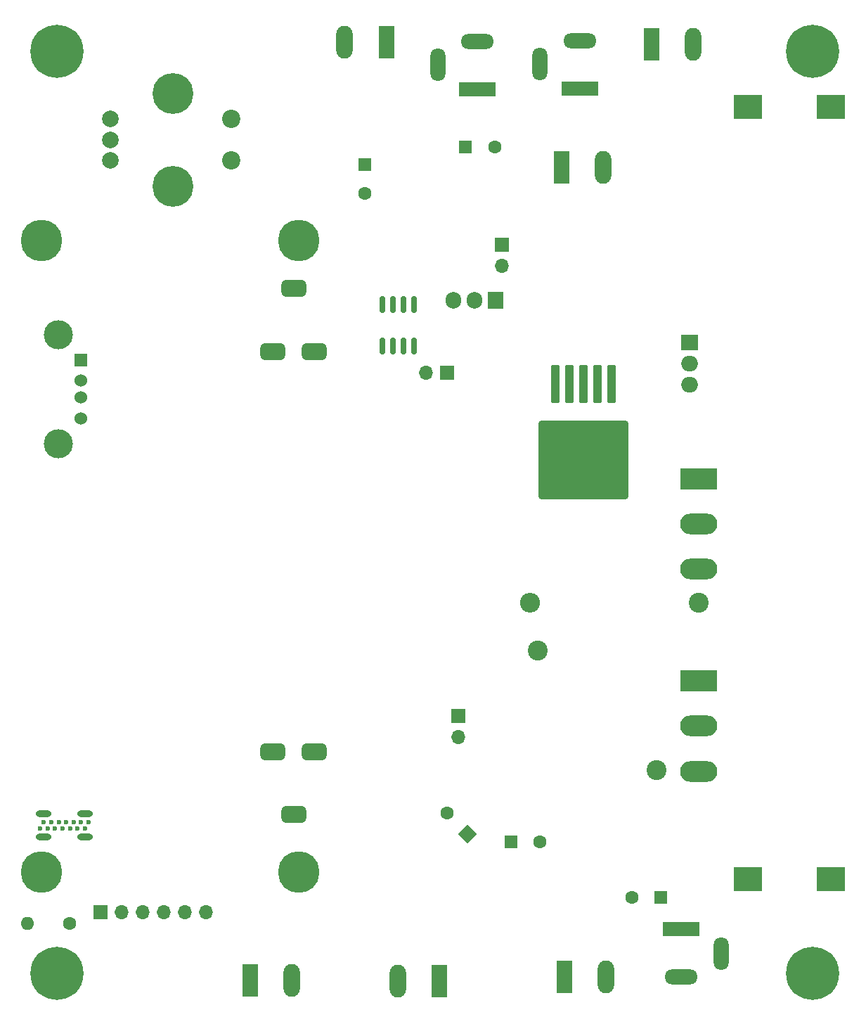
<source format=gbr>
%TF.GenerationSoftware,KiCad,Pcbnew,7.0.8*%
%TF.CreationDate,2023-10-31T22:16:14+02:00*%
%TF.ProjectId,Small_load_V1,536d616c-6c5f-46c6-9f61-645f56312e6b,rev?*%
%TF.SameCoordinates,Original*%
%TF.FileFunction,Soldermask,Bot*%
%TF.FilePolarity,Negative*%
%FSLAX46Y46*%
G04 Gerber Fmt 4.6, Leading zero omitted, Abs format (unit mm)*
G04 Created by KiCad (PCBNEW 7.0.8) date 2023-10-31 22:16:14*
%MOMM*%
%LPD*%
G01*
G04 APERTURE LIST*
G04 Aperture macros list*
%AMRoundRect*
0 Rectangle with rounded corners*
0 $1 Rounding radius*
0 $2 $3 $4 $5 $6 $7 $8 $9 X,Y pos of 4 corners*
0 Add a 4 corners polygon primitive as box body*
4,1,4,$2,$3,$4,$5,$6,$7,$8,$9,$2,$3,0*
0 Add four circle primitives for the rounded corners*
1,1,$1+$1,$2,$3*
1,1,$1+$1,$4,$5*
1,1,$1+$1,$6,$7*
1,1,$1+$1,$8,$9*
0 Add four rect primitives between the rounded corners*
20,1,$1+$1,$2,$3,$4,$5,0*
20,1,$1+$1,$4,$5,$6,$7,0*
20,1,$1+$1,$6,$7,$8,$9,0*
20,1,$1+$1,$8,$9,$2,$3,0*%
%AMHorizOval*
0 Thick line with rounded ends*
0 $1 width*
0 $2 $3 position (X,Y) of the first rounded end (center of the circle)*
0 $4 $5 position (X,Y) of the second rounded end (center of the circle)*
0 Add line between two ends*
20,1,$1,$2,$3,$4,$5,0*
0 Add two circle primitives to create the rounded ends*
1,1,$1,$2,$3*
1,1,$1,$4,$5*%
%AMRotRect*
0 Rectangle, with rotation*
0 The origin of the aperture is its center*
0 $1 length*
0 $2 width*
0 $3 Rotation angle, in degrees counterclockwise*
0 Add horizontal line*
21,1,$1,$2,0,0,$3*%
G04 Aperture macros list end*
%ADD10R,4.400000X1.800000*%
%ADD11O,4.000000X1.800000*%
%ADD12O,1.800000X4.000000*%
%ADD13R,1.524000X1.524000*%
%ADD14C,1.524000*%
%ADD15C,3.500000*%
%ADD16R,1.700000X1.700000*%
%ADD17O,1.700000X1.700000*%
%ADD18C,3.600000*%
%ADD19C,6.400000*%
%ADD20R,1.980000X3.960000*%
%ADD21O,1.980000X3.960000*%
%ADD22C,2.000000*%
%ADD23C,4.920000*%
%ADD24C,2.200000*%
%ADD25R,2.000000X1.905000*%
%ADD26O,2.000000X1.905000*%
%ADD27C,5.000000*%
%ADD28R,4.500000X2.500000*%
%ADD29O,4.500000X2.500000*%
%ADD30R,1.905000X2.000000*%
%ADD31O,1.905000X2.000000*%
%ADD32R,3.500000X3.000000*%
%ADD33C,0.600000*%
%ADD34O,1.900000X0.800000*%
%ADD35RoundRect,0.150000X0.150000X-0.825000X0.150000X0.825000X-0.150000X0.825000X-0.150000X-0.825000X0*%
%ADD36RoundRect,0.500000X1.000000X0.500000X-1.000000X0.500000X-1.000000X-0.500000X1.000000X-0.500000X0*%
%ADD37RoundRect,0.500000X-1.000000X-0.500000X1.000000X-0.500000X1.000000X0.500000X-1.000000X0.500000X0*%
%ADD38C,2.400000*%
%ADD39HorizOval,2.400000X0.000000X0.000000X0.000000X0.000000X0*%
%ADD40C,1.600000*%
%ADD41O,1.600000X1.600000*%
%ADD42RoundRect,0.250000X-0.300000X2.050000X-0.300000X-2.050000X0.300000X-2.050000X0.300000X2.050000X0*%
%ADD43RoundRect,0.250002X-5.149998X4.449998X-5.149998X-4.449998X5.149998X-4.449998X5.149998X4.449998X0*%
%ADD44RotRect,1.600000X1.600000X135.000000*%
%ADD45O,2.400000X2.400000*%
%ADD46R,1.600000X1.600000*%
G04 APERTURE END LIST*
D10*
%TO.C,J3*%
X105650000Y-59650000D03*
D11*
X105650000Y-53850000D03*
D12*
X100850000Y-56650000D03*
%TD*%
D13*
%TO.C,J1*%
X57827500Y-92200000D03*
D14*
X57827500Y-94700000D03*
X57827500Y-96700000D03*
X57827500Y-99200000D03*
D15*
X55117500Y-89130000D03*
X55117500Y-102270000D03*
%TD*%
D16*
%TO.C,J15*%
X103300000Y-135025000D03*
D17*
X103300000Y-137565000D03*
%TD*%
D18*
%TO.C,H1*%
X55000000Y-55000000D03*
D19*
X55000000Y-55000000D03*
%TD*%
D20*
%TO.C,J16*%
X78250000Y-166850000D03*
D21*
X83250000Y-166850000D03*
%TD*%
D22*
%TO.C,SW3*%
X61450000Y-63200000D03*
X61450000Y-68200000D03*
X61450000Y-65700000D03*
D23*
X68950000Y-60100000D03*
X68950000Y-71300000D03*
D24*
X75950000Y-63200000D03*
X75950000Y-68200000D03*
%TD*%
D25*
%TO.C,Q8*%
X131205000Y-90060000D03*
D26*
X131205000Y-92600000D03*
X131205000Y-95140000D03*
%TD*%
D27*
%TO.C,U12*%
X53150000Y-153850000D03*
X84150000Y-153850000D03*
X53150000Y-77850000D03*
X84150000Y-77850000D03*
%TD*%
D20*
%TO.C,J7*%
X126635000Y-54200000D03*
D21*
X131635000Y-54200000D03*
%TD*%
D28*
%TO.C,Q10*%
X132277500Y-106480000D03*
D29*
X132277500Y-111930000D03*
X132277500Y-117380000D03*
%TD*%
D20*
%TO.C,J8*%
X116100000Y-166450000D03*
D21*
X121100000Y-166450000D03*
%TD*%
D18*
%TO.C,H4*%
X55000000Y-166000000D03*
D19*
X55000000Y-166000000D03*
%TD*%
D10*
%TO.C,J4*%
X130200000Y-160700000D03*
D11*
X130200000Y-166500000D03*
D12*
X135000000Y-163700000D03*
%TD*%
D28*
%TO.C,Q3*%
X132317500Y-130800000D03*
D29*
X132317500Y-136250000D03*
X132317500Y-141700000D03*
%TD*%
D30*
%TO.C,U18*%
X107790000Y-85005000D03*
D31*
X105250000Y-85005000D03*
X102710000Y-85005000D03*
%TD*%
D20*
%TO.C,J11*%
X115735000Y-69050000D03*
D21*
X120735000Y-69050000D03*
%TD*%
D32*
%TO.C,HS1*%
X138217500Y-154700000D03*
X148217500Y-154700000D03*
X138217500Y-61700000D03*
X148217500Y-61700000D03*
%TD*%
D20*
%TO.C,J5*%
X101030000Y-167000000D03*
D21*
X96030000Y-167000000D03*
%TD*%
D18*
%TO.C,H3*%
X146000000Y-166000000D03*
D19*
X146000000Y-166000000D03*
%TD*%
D20*
%TO.C,J6*%
X94650000Y-53950000D03*
D21*
X89650000Y-53950000D03*
%TD*%
D33*
%TO.C,J14*%
X53400000Y-147830000D03*
X54300000Y-147830000D03*
X55200000Y-147830000D03*
X56100000Y-147830000D03*
X57000000Y-147830000D03*
X57900000Y-147830000D03*
X58800000Y-147830000D03*
X58350000Y-148610000D03*
X57450000Y-148610000D03*
X56550000Y-148610000D03*
X55650000Y-148610000D03*
X54750000Y-148610000D03*
X53850000Y-148610000D03*
X52950000Y-148610000D03*
D34*
X58350000Y-146790000D03*
X53400000Y-146790000D03*
X58350000Y-149650000D03*
X53400000Y-149650000D03*
%TD*%
D16*
%TO.C,J13*%
X101975000Y-93700000D03*
D17*
X99435000Y-93700000D03*
%TD*%
D16*
%TO.C,J9*%
X108550000Y-78360000D03*
D17*
X108550000Y-80900000D03*
%TD*%
D16*
%TO.C,J2*%
X60250000Y-158700000D03*
D17*
X62790000Y-158700000D03*
X65330000Y-158700000D03*
X67870000Y-158700000D03*
X70410000Y-158700000D03*
X72950000Y-158700000D03*
%TD*%
D10*
%TO.C,J10*%
X117950000Y-59550000D03*
D11*
X117950000Y-53750000D03*
D12*
X113150000Y-56550000D03*
%TD*%
D18*
%TO.C,H2*%
X146000000Y-55000000D03*
D19*
X146000000Y-55000000D03*
%TD*%
D35*
%TO.C,U6*%
X98005000Y-90475000D03*
X96735000Y-90475000D03*
X95465000Y-90475000D03*
X94195000Y-90475000D03*
X94195000Y-85525000D03*
X95465000Y-85525000D03*
X96735000Y-85525000D03*
X98005000Y-85525000D03*
%TD*%
D36*
%TO.C,J12*%
X83500000Y-83600000D03*
X86000000Y-91200000D03*
X81000000Y-91200000D03*
D37*
X86000000Y-139333000D03*
X81000000Y-139333000D03*
X83500000Y-146933000D03*
%TD*%
D38*
%TO.C,R47*%
X127234205Y-141584205D03*
D39*
X112865795Y-127215795D03*
%TD*%
D40*
%TO.C,R13*%
X56490000Y-160000000D03*
D41*
X51410000Y-160000000D03*
%TD*%
D42*
%TO.C,U7*%
X115000000Y-95100000D03*
X116700000Y-95100000D03*
X118400000Y-95100000D03*
D43*
X118400000Y-104250000D03*
D42*
X120100000Y-95100000D03*
X121800000Y-95100000D03*
%TD*%
D44*
%TO.C,C28*%
X104467397Y-149237437D03*
D40*
X101992523Y-146762563D03*
%TD*%
D38*
%TO.C,R22*%
X132260000Y-121400000D03*
D45*
X111940000Y-121400000D03*
%TD*%
D46*
%TO.C,C27*%
X127702651Y-156900000D03*
D40*
X124202651Y-156900000D03*
%TD*%
D46*
%TO.C,C31*%
X109647349Y-150200000D03*
D40*
X113147349Y-150200000D03*
%TD*%
D46*
%TO.C,C44*%
X104197349Y-66550000D03*
D40*
X107697349Y-66550000D03*
%TD*%
D46*
%TO.C,C43*%
X92050000Y-68647349D03*
D40*
X92050000Y-72147349D03*
%TD*%
M02*

</source>
